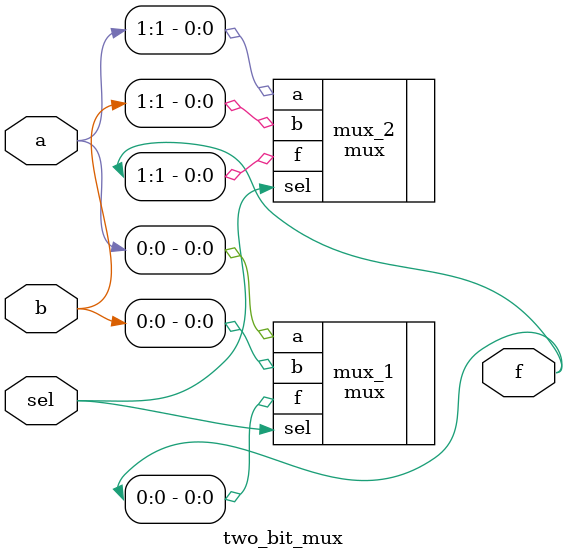
<source format=sv>
module two_bit_mux
  (
    input logic [1:0] a, b,
    input logic sel,
    output logic [1:0] f
  );
  mux mux_1 (.f(f[0]), .a(a[0]), .b(b[0]), .sel);
  mux mux_2 (.f(f[1]), .a(a[1]), .b(b[1]), .sel);
endmodule

</source>
